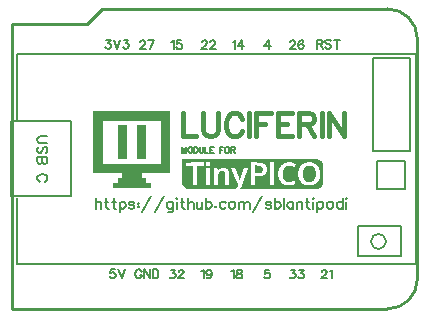
<source format=gto>
G04 Layer: TopSilkLayer*
G04 EasyEDA v6.4.25, 2021-10-09T00:25:21+02:00*
G04 2177c25503544fa0b13e01c7088fd064,4245c91a3b6e4cf7aa995480f5c7e4a3,10*
G04 Gerber Generator version 0.2*
G04 Scale: 100 percent, Rotated: No, Reflected: No *
G04 Dimensions in millimeters *
G04 leading zeros omitted , absolute positions ,4 integer and 5 decimal *
%FSLAX45Y45*%
%MOMM*%

%ADD10C,0.2540*%
%ADD18C,0.1270*%
%ADD19C,0.1400*%
%ADD20C,0.1500*%
%ADD21C,0.4064*%
%ADD22C,0.2032*%
%ADD23C,0.1524*%

%LPD*%
G36*
X1422400Y18897600D02*
G01*
X1422400Y18816167D01*
X1992274Y18816167D01*
X1992274Y18449848D01*
X1503832Y18449848D01*
X1503832Y18816167D01*
X1422400Y18816167D01*
X1422400Y18368416D01*
X1666646Y18368416D01*
X1666646Y18327725D01*
X1625904Y18327725D01*
X1625904Y18286984D01*
X1585214Y18286984D01*
X1585214Y18246293D01*
X1910892Y18246293D01*
X1910892Y18286984D01*
X1870151Y18286984D01*
X1870151Y18327725D01*
X1829460Y18327725D01*
X1829460Y18368416D01*
X2073706Y18368416D01*
X2073706Y18897600D01*
G37*
G36*
X1788769Y18775476D02*
G01*
X1788769Y18490539D01*
X1870151Y18490539D01*
X1870151Y18775476D01*
G37*
G36*
X1625904Y18775476D02*
G01*
X1625904Y18490539D01*
X1707337Y18490539D01*
X1707337Y18775476D01*
G37*
G36*
X2170379Y18490895D02*
G01*
X2170529Y18463006D01*
X2408428Y18463006D01*
X2408354Y18461126D01*
X2952597Y18461126D01*
X2952081Y18364149D01*
X2987954Y18364149D01*
X2987954Y18372988D01*
X2988310Y18381319D01*
X2988919Y18388533D01*
X2989834Y18394222D01*
X2991408Y18400064D01*
X2993390Y18405805D01*
X2995726Y18411342D01*
X2998419Y18416676D01*
X3001467Y18421858D01*
X3004870Y18426734D01*
X3008528Y18431459D01*
X3012541Y18435878D01*
X3016758Y18440044D01*
X3021330Y18443905D01*
X3026105Y18447461D01*
X3031083Y18450712D01*
X3036316Y18453608D01*
X3041700Y18456148D01*
X3047288Y18458281D01*
X3053080Y18460059D01*
X3058058Y18461126D01*
X3063900Y18461939D01*
X3070402Y18462498D01*
X3077260Y18462802D01*
X3084220Y18462802D01*
X3091027Y18462548D01*
X3097377Y18461990D01*
X3102965Y18461177D01*
X3107639Y18460059D01*
X3118764Y18456402D01*
X3123844Y18454319D01*
X3129788Y18451525D01*
X3132988Y18449391D01*
X3134156Y18447258D01*
X3133953Y18444565D01*
X3131769Y18437047D01*
X3128619Y18429732D01*
X3125419Y18424398D01*
X3122980Y18422772D01*
X3108350Y18429020D01*
X3103118Y18431052D01*
X3098698Y18432424D01*
X3094786Y18433338D01*
X3090875Y18433846D01*
X3081629Y18434100D01*
X3075584Y18433897D01*
X3069945Y18433288D01*
X3064662Y18432272D01*
X3059684Y18430798D01*
X3055112Y18428919D01*
X3050844Y18426582D01*
X3046882Y18423788D01*
X3043224Y18420537D01*
X3039872Y18416778D01*
X3036722Y18412561D01*
X3033877Y18407888D01*
X3031286Y18402655D01*
X3029153Y18397321D01*
X3027426Y18391530D01*
X3026054Y18385282D01*
X3025089Y18378779D01*
X3024493Y18372175D01*
X3157067Y18372175D01*
X3157321Y18381624D01*
X3158083Y18389295D01*
X3159506Y18396204D01*
X3161233Y18402350D01*
X3163265Y18408192D01*
X3165602Y18413780D01*
X3168192Y18419114D01*
X3171088Y18424144D01*
X3174238Y18428868D01*
X3177692Y18433338D01*
X3181400Y18437504D01*
X3185363Y18441416D01*
X3189630Y18444972D01*
X3194151Y18448274D01*
X3198926Y18451271D01*
X3203956Y18453963D01*
X3209239Y18456300D01*
X3214776Y18458383D01*
X3220516Y18460161D01*
X3226104Y18461278D01*
X3232861Y18462142D01*
X3240430Y18462599D01*
X3248355Y18462802D01*
X3256279Y18462650D01*
X3263849Y18462193D01*
X3270656Y18461380D01*
X3276346Y18460212D01*
X3282289Y18458484D01*
X3288029Y18456351D01*
X3293516Y18453862D01*
X3298748Y18451017D01*
X3303778Y18447867D01*
X3308502Y18444413D01*
X3312922Y18440654D01*
X3317087Y18436539D01*
X3320948Y18432170D01*
X3324504Y18427547D01*
X3327755Y18422670D01*
X3330651Y18417540D01*
X3333191Y18412104D01*
X3335426Y18406516D01*
X3337255Y18400674D01*
X3338728Y18394629D01*
X3339693Y18388431D01*
X3340354Y18380913D01*
X3340709Y18372531D01*
X3340709Y18363742D01*
X3340455Y18355005D01*
X3339896Y18346826D01*
X3339084Y18339612D01*
X3337966Y18333821D01*
X3336086Y18327319D01*
X3333851Y18321172D01*
X3331260Y18315330D01*
X3328365Y18309793D01*
X3325164Y18304560D01*
X3321608Y18299684D01*
X3317798Y18295112D01*
X3313633Y18290895D01*
X3309213Y18287034D01*
X3304438Y18283529D01*
X3299460Y18280380D01*
X3294126Y18277535D01*
X3288588Y18275096D01*
X3282746Y18273014D01*
X3276650Y18271286D01*
X3270300Y18269966D01*
X3263747Y18269000D01*
X3256889Y18268442D01*
X3249828Y18268238D01*
X3242564Y18268492D01*
X3234791Y18269051D01*
X3227832Y18269864D01*
X3221532Y18270982D01*
X3215690Y18272506D01*
X3210255Y18274385D01*
X3204972Y18276671D01*
X3199739Y18279516D01*
X3194456Y18282818D01*
X3189376Y18286526D01*
X3184601Y18290641D01*
X3180181Y18295162D01*
X3176016Y18300039D01*
X3172256Y18305272D01*
X3168802Y18310860D01*
X3165805Y18316702D01*
X3163163Y18322848D01*
X3160522Y18330367D01*
X3158896Y18337784D01*
X3157931Y18347029D01*
X3157321Y18359983D01*
X3157067Y18372175D01*
X3024493Y18372175D01*
X3024276Y18365165D01*
X3024428Y18358256D01*
X3024936Y18351500D01*
X3025851Y18344845D01*
X3027172Y18338495D01*
X3028848Y18332500D01*
X3030931Y18327014D01*
X3033166Y18322696D01*
X3036112Y18318327D01*
X3039668Y18314060D01*
X3043631Y18310047D01*
X3047847Y18306389D01*
X3052165Y18303341D01*
X3056432Y18300903D01*
X3060547Y18299328D01*
X3066084Y18298058D01*
X3072180Y18297296D01*
X3078784Y18296991D01*
X3085693Y18297144D01*
X3092704Y18297753D01*
X3099663Y18298769D01*
X3106420Y18300192D01*
X3127908Y18306948D01*
X3128772Y18303900D01*
X3131108Y18288355D01*
X3132124Y18283580D01*
X3132074Y18281904D01*
X3130702Y18280176D01*
X3128213Y18278449D01*
X3124708Y18276671D01*
X3120339Y18274995D01*
X3115310Y18273369D01*
X3103575Y18270626D01*
X3090722Y18268696D01*
X3084220Y18268188D01*
X3077870Y18267984D01*
X3071266Y18268137D01*
X3064916Y18268696D01*
X3058718Y18269559D01*
X3052775Y18270778D01*
X3047034Y18272353D01*
X3041497Y18274284D01*
X3036163Y18276519D01*
X3031083Y18279110D01*
X3026257Y18282005D01*
X3021685Y18285256D01*
X3017367Y18288812D01*
X3013252Y18292673D01*
X3009442Y18296839D01*
X3005886Y18301309D01*
X3002635Y18306084D01*
X2999638Y18311164D01*
X2996946Y18316498D01*
X2994507Y18322137D01*
X2992424Y18328081D01*
X2990596Y18334278D01*
X2989529Y18339866D01*
X2988716Y18347080D01*
X2988208Y18355360D01*
X2987954Y18364149D01*
X2952081Y18364149D01*
X2951632Y18270728D01*
X2917240Y18269661D01*
X2917240Y18461126D01*
X2801670Y18461075D01*
X2817672Y18460720D01*
X2830322Y18460059D01*
X2839720Y18459094D01*
X2843276Y18458434D01*
X2850591Y18456605D01*
X2857195Y18454370D01*
X2863138Y18451677D01*
X2868472Y18448528D01*
X2873248Y18444819D01*
X2877464Y18440654D01*
X2881172Y18435878D01*
X2884424Y18430494D01*
X2886506Y18425972D01*
X2887726Y18420842D01*
X2888335Y18413831D01*
X2888488Y18403570D01*
X2888335Y18392749D01*
X2887624Y18385485D01*
X2886049Y18379694D01*
X2883255Y18373394D01*
X2880868Y18369026D01*
X2878226Y18365012D01*
X2875381Y18361456D01*
X2872232Y18358307D01*
X2868828Y18355513D01*
X2865069Y18353074D01*
X2860954Y18350992D01*
X2856484Y18349163D01*
X2851048Y18347486D01*
X2844850Y18346013D01*
X2838145Y18344794D01*
X2831084Y18343829D01*
X2816758Y18342762D01*
X2809900Y18342711D01*
X2803499Y18343016D01*
X2789174Y18344184D01*
X2788158Y18270728D01*
X2753817Y18269661D01*
X2753817Y18461126D01*
X2408354Y18461126D01*
X2407361Y18434202D01*
X2374849Y18433135D01*
X2374849Y18463006D01*
X2170529Y18463006D01*
X2170689Y18433288D01*
X2207666Y18433288D01*
X2207768Y18451017D01*
X2208428Y18458434D01*
X2208885Y18459907D01*
X2211832Y18460212D01*
X2230983Y18460770D01*
X2263089Y18461075D01*
X2354427Y18461126D01*
X2354427Y18433389D01*
X2299614Y18432373D01*
X2299492Y18412866D01*
X2471013Y18412866D01*
X2475230Y18396051D01*
X2486152Y18403773D01*
X2492806Y18407989D01*
X2499512Y18411342D01*
X2506370Y18413831D01*
X2513330Y18415457D01*
X2520391Y18416270D01*
X2527554Y18416219D01*
X2534818Y18415355D01*
X2542133Y18413577D01*
X2546756Y18411901D01*
X2551023Y18409666D01*
X2555036Y18406973D01*
X2558643Y18403722D01*
X2561894Y18400064D01*
X2564790Y18395950D01*
X2567228Y18391428D01*
X2569210Y18386501D01*
X2570276Y18383199D01*
X2571038Y18379592D01*
X2571648Y18375122D01*
X2572410Y18361812D01*
X2572664Y18339460D01*
X2572664Y18270728D01*
X2539238Y18270728D01*
X2538069Y18335853D01*
X2537460Y18356275D01*
X2536444Y18370143D01*
X2535783Y18375071D01*
X2534869Y18378932D01*
X2533751Y18381878D01*
X2532329Y18384113D01*
X2530652Y18385790D01*
X2528671Y18387161D01*
X2526284Y18388330D01*
X2520696Y18390108D01*
X2514600Y18390616D01*
X2508250Y18390006D01*
X2501900Y18388330D01*
X2495854Y18385688D01*
X2490368Y18382183D01*
X2485644Y18377865D01*
X2481935Y18372886D01*
X2481427Y18371261D01*
X2480513Y18363590D01*
X2479751Y18350280D01*
X2479141Y18331434D01*
X2477922Y18270728D01*
X2444496Y18270728D01*
X2443530Y18412866D01*
X2408275Y18412866D01*
X2408275Y18269813D01*
X2374849Y18269813D01*
X2374849Y18412866D01*
X2299492Y18412866D01*
X2298649Y18269661D01*
X2264308Y18270728D01*
X2263343Y18433288D01*
X2170689Y18433288D01*
X2171192Y18340070D01*
X2171700Y18302325D01*
X2172157Y18291556D01*
X2172766Y18284494D01*
X2173579Y18279922D01*
X2174748Y18276671D01*
X2177491Y18271185D01*
X2180031Y18267121D01*
X2182977Y18263057D01*
X2186279Y18259094D01*
X2189784Y18255335D01*
X2193391Y18251881D01*
X2197100Y18248833D01*
X2202027Y18245429D01*
X2206955Y18242584D01*
X2209647Y18241416D01*
X2212797Y18240400D01*
X2216658Y18239536D01*
X2221534Y18238774D01*
X2227580Y18238165D01*
X2244293Y18237301D01*
X2268728Y18236793D01*
X2348687Y18236590D01*
X2564282Y18237301D01*
X2590800Y18237606D01*
X2608072Y18238063D01*
X2618333Y18238724D01*
X2623718Y18239536D01*
X2625344Y18240095D01*
X2627122Y18241010D01*
X2632710Y18246496D01*
X2638399Y18255234D01*
X2642870Y18264632D01*
X2644546Y18272099D01*
X2641904Y18279922D01*
X2621940Y18330722D01*
X2589072Y18410529D01*
X2589479Y18411647D01*
X2592222Y18412358D01*
X2597708Y18412714D01*
X2624785Y18412866D01*
X2652877Y18335447D01*
X2658008Y18321985D01*
X2661107Y18314466D01*
X2661716Y18313450D01*
X2663240Y18316702D01*
X2671165Y18338444D01*
X2691130Y18397372D01*
X2696565Y18412866D01*
X2721000Y18412714D01*
X2726537Y18412358D01*
X2730195Y18411748D01*
X2731516Y18411037D01*
X2721102Y18382030D01*
X2698292Y18321020D01*
X2675788Y18261939D01*
X2669844Y18247563D01*
X2667660Y18242940D01*
X2666339Y18240959D01*
X2665120Y18239689D01*
X2664612Y18238114D01*
X2666796Y18237860D01*
X2683662Y18237454D01*
X2764434Y18236793D01*
X2826359Y18236539D01*
X3158286Y18236438D01*
X3239414Y18236692D01*
X3285540Y18237352D01*
X3301288Y18237860D01*
X3313125Y18238520D01*
X3321710Y18239333D01*
X3327806Y18240400D01*
X3332073Y18241619D01*
X3335274Y18243092D01*
X3343960Y18248833D01*
X3347618Y18251932D01*
X3351276Y18255386D01*
X3354781Y18259145D01*
X3358032Y18263108D01*
X3360978Y18267121D01*
X3363569Y18271185D01*
X3366312Y18276671D01*
X3367430Y18279770D01*
X3368243Y18283732D01*
X3368852Y18289524D01*
X3369462Y18310402D01*
X3369564Y18443549D01*
X3363468Y18455995D01*
X3360826Y18460872D01*
X3357930Y18465393D01*
X3354679Y18469559D01*
X3351174Y18473369D01*
X3347313Y18476925D01*
X3343097Y18480125D01*
X3338474Y18483072D01*
X3333496Y18485764D01*
X3325012Y18489930D01*
G37*
G36*
X2789072Y18435523D02*
G01*
X2789072Y18367857D01*
X2819247Y18369127D01*
X2827070Y18369940D01*
X2833522Y18371108D01*
X2838856Y18372785D01*
X2843174Y18374969D01*
X2846730Y18377763D01*
X2849575Y18381218D01*
X2851962Y18385332D01*
X2854401Y18391784D01*
X2855671Y18398388D01*
X2855772Y18404890D01*
X2854807Y18411088D01*
X2852775Y18416930D01*
X2849727Y18422112D01*
X2845714Y18426480D01*
X2840786Y18429833D01*
X2835859Y18432018D01*
X2830169Y18433389D01*
X2822295Y18434253D01*
G37*
G36*
X3246882Y18434913D02*
G01*
X3241649Y18434608D01*
X3236569Y18433846D01*
X3231794Y18432576D01*
X3223310Y18429173D01*
X3216249Y18424906D01*
X3210458Y18419673D01*
X3205632Y18413272D01*
X3200908Y18405094D01*
X3197809Y18397778D01*
X3195726Y18389752D01*
X3194151Y18379389D01*
X3193440Y18372124D01*
X3193237Y18365012D01*
X3193440Y18358104D01*
X3194050Y18351347D01*
X3195066Y18344896D01*
X3196539Y18338698D01*
X3198418Y18332805D01*
X3200654Y18327268D01*
X3203295Y18322086D01*
X3206292Y18317311D01*
X3209696Y18312993D01*
X3213404Y18309132D01*
X3217113Y18306034D01*
X3220872Y18303443D01*
X3224834Y18301360D01*
X3229152Y18299734D01*
X3233826Y18298515D01*
X3238957Y18297702D01*
X3244748Y18297296D01*
X3251200Y18297144D01*
X3256737Y18297398D01*
X3261969Y18298058D01*
X3266897Y18299125D01*
X3271520Y18300598D01*
X3275838Y18302478D01*
X3279851Y18304814D01*
X3283559Y18307507D01*
X3287014Y18310606D01*
X3290112Y18314162D01*
X3292957Y18318124D01*
X3295497Y18322493D01*
X3297732Y18327319D01*
X3299663Y18332500D01*
X3301339Y18338139D01*
X3302711Y18344235D01*
X3303778Y18350687D01*
X3304438Y18357189D01*
X3304743Y18363692D01*
X3304641Y18370194D01*
X3304184Y18376595D01*
X3303371Y18382894D01*
X3302203Y18389041D01*
X3300679Y18394984D01*
X3298799Y18400623D01*
X3296615Y18405906D01*
X3294176Y18410834D01*
X3291382Y18415355D01*
X3288334Y18419368D01*
X3285286Y18422467D01*
X3281629Y18425261D01*
X3277514Y18427750D01*
X3272942Y18429884D01*
X3268065Y18431713D01*
X3262884Y18433084D01*
X3257600Y18434100D01*
X3252266Y18434710D01*
G37*
D19*
X2171700Y18592545D02*
G01*
X2171700Y18544794D01*
X2171700Y18592545D02*
G01*
X2189988Y18544794D01*
X2208022Y18592545D02*
G01*
X2189988Y18544794D01*
X2208022Y18592545D02*
G01*
X2208022Y18544794D01*
X2236724Y18592545D02*
G01*
X2232152Y18590260D01*
X2227579Y18585687D01*
X2225293Y18581116D01*
X2223008Y18574258D01*
X2223008Y18562828D01*
X2225293Y18555970D01*
X2227579Y18551652D01*
X2232152Y18547079D01*
X2236724Y18544794D01*
X2245868Y18544794D01*
X2250440Y18547079D01*
X2254758Y18551652D01*
X2257043Y18555970D01*
X2259329Y18562828D01*
X2259329Y18574258D01*
X2257043Y18581116D01*
X2254758Y18585687D01*
X2250440Y18590260D01*
X2245868Y18592545D01*
X2236724Y18592545D01*
X2274315Y18592545D02*
G01*
X2274315Y18544794D01*
X2274315Y18592545D02*
G01*
X2290318Y18592545D01*
X2297175Y18590260D01*
X2301747Y18585687D01*
X2304034Y18581116D01*
X2306320Y18574258D01*
X2306320Y18562828D01*
X2304034Y18555970D01*
X2301747Y18551652D01*
X2297175Y18547079D01*
X2290318Y18544794D01*
X2274315Y18544794D01*
X2321306Y18592545D02*
G01*
X2321306Y18558255D01*
X2323591Y18551652D01*
X2328163Y18547079D01*
X2334768Y18544794D01*
X2339340Y18544794D01*
X2346197Y18547079D01*
X2350770Y18551652D01*
X2353056Y18558255D01*
X2353056Y18592545D01*
X2368041Y18592545D02*
G01*
X2368041Y18544794D01*
X2368041Y18544794D02*
G01*
X2395220Y18544794D01*
X2410459Y18592545D02*
G01*
X2410459Y18544794D01*
X2410459Y18592545D02*
G01*
X2439924Y18592545D01*
X2410459Y18569686D02*
G01*
X2428493Y18569686D01*
X2410459Y18544794D02*
G01*
X2439924Y18544794D01*
X2489961Y18592545D02*
G01*
X2489961Y18544794D01*
X2489961Y18592545D02*
G01*
X2519425Y18592545D01*
X2489961Y18569686D02*
G01*
X2507995Y18569686D01*
X2548127Y18592545D02*
G01*
X2543556Y18590260D01*
X2538984Y18585687D01*
X2536697Y18581116D01*
X2534411Y18574258D01*
X2534411Y18562828D01*
X2536697Y18555970D01*
X2538984Y18551652D01*
X2543556Y18547079D01*
X2548127Y18544794D01*
X2557272Y18544794D01*
X2561590Y18547079D01*
X2566161Y18551652D01*
X2568447Y18555970D01*
X2570734Y18562828D01*
X2570734Y18574258D01*
X2568447Y18581116D01*
X2566161Y18585687D01*
X2561590Y18590260D01*
X2557272Y18592545D01*
X2548127Y18592545D01*
X2585720Y18592545D02*
G01*
X2585720Y18544794D01*
X2585720Y18592545D02*
G01*
X2606293Y18592545D01*
X2613152Y18590260D01*
X2615438Y18587974D01*
X2617724Y18583402D01*
X2617724Y18578829D01*
X2615438Y18574258D01*
X2613152Y18571971D01*
X2606293Y18569686D01*
X2585720Y18569686D01*
X2601722Y18569686D02*
G01*
X2617724Y18544794D01*
D20*
X1032002Y18681700D02*
G01*
X969771Y18681700D01*
X957326Y18677636D01*
X948944Y18669254D01*
X944879Y18656808D01*
X944879Y18648426D01*
X948944Y18635979D01*
X957326Y18627598D01*
X969771Y18623534D01*
X1032002Y18623534D01*
X1019555Y18537936D02*
G01*
X1027937Y18546318D01*
X1032002Y18558763D01*
X1032002Y18575274D01*
X1027937Y18587720D01*
X1019555Y18596102D01*
X1011173Y18596102D01*
X1003045Y18592037D01*
X998728Y18587720D01*
X994663Y18579337D01*
X986281Y18554445D01*
X982218Y18546318D01*
X978154Y18542000D01*
X969771Y18537936D01*
X957326Y18537936D01*
X948944Y18546318D01*
X944879Y18558763D01*
X944879Y18575274D01*
X948944Y18587720D01*
X957326Y18596102D01*
X1032002Y18510504D02*
G01*
X944879Y18510504D01*
X1032002Y18510504D02*
G01*
X1032002Y18473166D01*
X1027937Y18460466D01*
X1023873Y18456402D01*
X1015492Y18452337D01*
X1007110Y18452337D01*
X998728Y18456402D01*
X994663Y18460466D01*
X990600Y18473166D01*
X990600Y18510504D02*
G01*
X990600Y18473166D01*
X986281Y18460466D01*
X982218Y18456402D01*
X973836Y18452337D01*
X961389Y18452337D01*
X953007Y18456402D01*
X948944Y18460466D01*
X944879Y18473166D01*
X944879Y18510504D01*
X1011173Y18298413D02*
G01*
X1019555Y18302731D01*
X1027937Y18310860D01*
X1032002Y18319242D01*
X1032002Y18336005D01*
X1027937Y18344134D01*
X1019555Y18352516D01*
X1011173Y18356579D01*
X998728Y18360898D01*
X978154Y18360898D01*
X965454Y18356579D01*
X957326Y18352516D01*
X948944Y18344134D01*
X944879Y18336005D01*
X944879Y18319242D01*
X948944Y18310860D01*
X957326Y18302731D01*
X965454Y18298413D01*
D21*
X2179827Y18877279D02*
G01*
X2179827Y18683478D01*
X2179827Y18683478D02*
G01*
X2290572Y18683478D01*
X2351531Y18877279D02*
G01*
X2351531Y18738850D01*
X2360929Y18711163D01*
X2379218Y18692621D01*
X2407158Y18683478D01*
X2425445Y18683478D01*
X2453131Y18692621D01*
X2471674Y18711163D01*
X2480818Y18738850D01*
X2480818Y18877279D01*
X2680461Y18831052D02*
G01*
X2671318Y18849594D01*
X2652775Y18868136D01*
X2634234Y18877279D01*
X2597404Y18877279D01*
X2578861Y18868136D01*
X2560320Y18849594D01*
X2551175Y18831052D01*
X2541777Y18803366D01*
X2541777Y18757392D01*
X2551175Y18729452D01*
X2560320Y18711163D01*
X2578861Y18692621D01*
X2597404Y18683478D01*
X2634234Y18683478D01*
X2652775Y18692621D01*
X2671318Y18711163D01*
X2680461Y18729452D01*
X2741422Y18877279D02*
G01*
X2741422Y18683478D01*
X2802381Y18877279D02*
G01*
X2802381Y18683478D01*
X2802381Y18877279D02*
G01*
X2922524Y18877279D01*
X2802381Y18785078D02*
G01*
X2876295Y18785078D01*
X2983484Y18877279D02*
G01*
X2983484Y18683478D01*
X2983484Y18877279D02*
G01*
X3103372Y18877279D01*
X2983484Y18785078D02*
G01*
X3057397Y18785078D01*
X2983484Y18683478D02*
G01*
X3103372Y18683478D01*
X3164331Y18877279D02*
G01*
X3164331Y18683478D01*
X3164331Y18877279D02*
G01*
X3247643Y18877279D01*
X3275329Y18868136D01*
X3284474Y18858992D01*
X3293618Y18840450D01*
X3293618Y18821908D01*
X3284474Y18803366D01*
X3275329Y18794221D01*
X3247643Y18785078D01*
X3164331Y18785078D01*
X3229102Y18785078D02*
G01*
X3293618Y18683478D01*
X3354577Y18877279D02*
G01*
X3354577Y18683478D01*
X3415538Y18877279D02*
G01*
X3415538Y18683478D01*
X3415538Y18877279D02*
G01*
X3545077Y18683478D01*
X3545077Y18877279D02*
G01*
X3545077Y18683478D01*
D22*
X1443248Y18158693D02*
G01*
X1443248Y18069031D01*
X1443248Y18111703D02*
G01*
X1455948Y18124657D01*
X1464584Y18128975D01*
X1477538Y18128975D01*
X1485920Y18124657D01*
X1490238Y18111703D01*
X1490238Y18069031D01*
X1531132Y18158693D02*
G01*
X1531132Y18086049D01*
X1535450Y18073349D01*
X1544086Y18069031D01*
X1552722Y18069031D01*
X1518432Y18128975D02*
G01*
X1548404Y18128975D01*
X1593616Y18158693D02*
G01*
X1593616Y18086049D01*
X1597934Y18073349D01*
X1606316Y18069031D01*
X1614952Y18069031D01*
X1580916Y18128975D02*
G01*
X1610634Y18128975D01*
X1643146Y18128975D02*
G01*
X1643146Y18039059D01*
X1643146Y18116021D02*
G01*
X1651782Y18124657D01*
X1660164Y18128975D01*
X1673118Y18128975D01*
X1681500Y18124657D01*
X1690136Y18116021D01*
X1694454Y18103321D01*
X1694454Y18094685D01*
X1690136Y18081985D01*
X1681500Y18073349D01*
X1673118Y18069031D01*
X1660164Y18069031D01*
X1651782Y18073349D01*
X1643146Y18081985D01*
X1769638Y18116021D02*
G01*
X1765320Y18124657D01*
X1752620Y18128975D01*
X1739666Y18128975D01*
X1726966Y18124657D01*
X1722648Y18116021D01*
X1726966Y18107639D01*
X1735348Y18103321D01*
X1756684Y18099003D01*
X1765320Y18094685D01*
X1769638Y18086049D01*
X1769638Y18081985D01*
X1765320Y18073349D01*
X1752620Y18069031D01*
X1739666Y18069031D01*
X1726966Y18073349D01*
X1722648Y18081985D01*
X1802150Y18120339D02*
G01*
X1797832Y18116021D01*
X1802150Y18111703D01*
X1806468Y18116021D01*
X1802150Y18120339D01*
X1802150Y18090367D02*
G01*
X1797832Y18086049D01*
X1802150Y18081985D01*
X1806468Y18086049D01*
X1802150Y18090367D01*
X1911370Y18175965D02*
G01*
X1834662Y18039059D01*
X2016526Y18175965D02*
G01*
X1939564Y18039059D01*
X2096028Y18128975D02*
G01*
X2096028Y18060649D01*
X2091710Y18047695D01*
X2087392Y18043377D01*
X2079010Y18039059D01*
X2066056Y18039059D01*
X2057420Y18043377D01*
X2096028Y18116021D02*
G01*
X2087392Y18124657D01*
X2079010Y18128975D01*
X2066056Y18128975D01*
X2057420Y18124657D01*
X2049038Y18116021D01*
X2044720Y18103321D01*
X2044720Y18094685D01*
X2049038Y18081985D01*
X2057420Y18073349D01*
X2066056Y18069031D01*
X2079010Y18069031D01*
X2087392Y18073349D01*
X2096028Y18081985D01*
X2124222Y18158693D02*
G01*
X2128540Y18154629D01*
X2132604Y18158693D01*
X2128540Y18163011D01*
X2124222Y18158693D01*
X2128540Y18128975D02*
G01*
X2128540Y18069031D01*
X2173752Y18158693D02*
G01*
X2173752Y18086049D01*
X2178070Y18073349D01*
X2186452Y18069031D01*
X2195088Y18069031D01*
X2160798Y18128975D02*
G01*
X2190770Y18128975D01*
X2223282Y18158693D02*
G01*
X2223282Y18069031D01*
X2223282Y18111703D02*
G01*
X2235982Y18124657D01*
X2244618Y18128975D01*
X2257572Y18128975D01*
X2265954Y18124657D01*
X2270272Y18111703D01*
X2270272Y18069031D01*
X2298466Y18128975D02*
G01*
X2298466Y18086049D01*
X2302784Y18073349D01*
X2311166Y18069031D01*
X2324120Y18069031D01*
X2332756Y18073349D01*
X2345456Y18086049D01*
X2345456Y18128975D02*
G01*
X2345456Y18069031D01*
X2373650Y18158693D02*
G01*
X2373650Y18069031D01*
X2373650Y18116021D02*
G01*
X2382286Y18124657D01*
X2390668Y18128975D01*
X2403622Y18128975D01*
X2412004Y18124657D01*
X2420640Y18116021D01*
X2424958Y18103321D01*
X2424958Y18094685D01*
X2420640Y18081985D01*
X2412004Y18073349D01*
X2403622Y18069031D01*
X2390668Y18069031D01*
X2382286Y18073349D01*
X2373650Y18081985D01*
X2457470Y18090367D02*
G01*
X2453152Y18086049D01*
X2457470Y18081985D01*
X2461534Y18086049D01*
X2457470Y18090367D01*
X2541036Y18116021D02*
G01*
X2532654Y18124657D01*
X2524018Y18128975D01*
X2511318Y18128975D01*
X2502682Y18124657D01*
X2494046Y18116021D01*
X2489728Y18103321D01*
X2489728Y18094685D01*
X2494046Y18081985D01*
X2502682Y18073349D01*
X2511318Y18069031D01*
X2524018Y18069031D01*
X2532654Y18073349D01*
X2541036Y18081985D01*
X2590566Y18128975D02*
G01*
X2582184Y18124657D01*
X2573548Y18116021D01*
X2569230Y18103321D01*
X2569230Y18094685D01*
X2573548Y18081985D01*
X2582184Y18073349D01*
X2590566Y18069031D01*
X2603520Y18069031D01*
X2611902Y18073349D01*
X2620538Y18081985D01*
X2624856Y18094685D01*
X2624856Y18103321D01*
X2620538Y18116021D01*
X2611902Y18124657D01*
X2603520Y18128975D01*
X2590566Y18128975D01*
X2653050Y18128975D02*
G01*
X2653050Y18069031D01*
X2653050Y18111703D02*
G01*
X2665750Y18124657D01*
X2674386Y18128975D01*
X2687086Y18128975D01*
X2695722Y18124657D01*
X2700040Y18111703D01*
X2700040Y18069031D01*
X2700040Y18111703D02*
G01*
X2712740Y18124657D01*
X2721376Y18128975D01*
X2734076Y18128975D01*
X2742712Y18124657D01*
X2747030Y18111703D01*
X2747030Y18069031D01*
X2852186Y18175965D02*
G01*
X2775224Y18039059D01*
X2927370Y18116021D02*
G01*
X2923052Y18124657D01*
X2910098Y18128975D01*
X2897398Y18128975D01*
X2884444Y18124657D01*
X2880380Y18116021D01*
X2884444Y18107639D01*
X2893080Y18103321D01*
X2914416Y18099003D01*
X2923052Y18094685D01*
X2927370Y18086049D01*
X2927370Y18081985D01*
X2923052Y18073349D01*
X2910098Y18069031D01*
X2897398Y18069031D01*
X2884444Y18073349D01*
X2880380Y18081985D01*
X2955564Y18158693D02*
G01*
X2955564Y18069031D01*
X2955564Y18116021D02*
G01*
X2963946Y18124657D01*
X2972582Y18128975D01*
X2985282Y18128975D01*
X2993918Y18124657D01*
X3002554Y18116021D01*
X3006618Y18103321D01*
X3006618Y18094685D01*
X3002554Y18081985D01*
X2993918Y18073349D01*
X2985282Y18069031D01*
X2972582Y18069031D01*
X2963946Y18073349D01*
X2955564Y18081985D01*
X3034812Y18158693D02*
G01*
X3034812Y18069031D01*
X3114314Y18128975D02*
G01*
X3114314Y18069031D01*
X3114314Y18116021D02*
G01*
X3105932Y18124657D01*
X3097296Y18128975D01*
X3084596Y18128975D01*
X3075960Y18124657D01*
X3067324Y18116021D01*
X3063006Y18103321D01*
X3063006Y18094685D01*
X3067324Y18081985D01*
X3075960Y18073349D01*
X3084596Y18069031D01*
X3097296Y18069031D01*
X3105932Y18073349D01*
X3114314Y18081985D01*
X3142508Y18128975D02*
G01*
X3142508Y18069031D01*
X3142508Y18111703D02*
G01*
X3155462Y18124657D01*
X3163844Y18128975D01*
X3176798Y18128975D01*
X3185180Y18124657D01*
X3189498Y18111703D01*
X3189498Y18069031D01*
X3230646Y18158693D02*
G01*
X3230646Y18086049D01*
X3234964Y18073349D01*
X3243346Y18069031D01*
X3251982Y18069031D01*
X3217692Y18128975D02*
G01*
X3247664Y18128975D01*
X3280176Y18158693D02*
G01*
X3284494Y18154629D01*
X3288558Y18158693D01*
X3284494Y18163011D01*
X3280176Y18158693D01*
X3284494Y18128975D02*
G01*
X3284494Y18069031D01*
X3316752Y18128975D02*
G01*
X3316752Y18039059D01*
X3316752Y18116021D02*
G01*
X3325388Y18124657D01*
X3334024Y18128975D01*
X3346724Y18128975D01*
X3355360Y18124657D01*
X3363742Y18116021D01*
X3368060Y18103321D01*
X3368060Y18094685D01*
X3363742Y18081985D01*
X3355360Y18073349D01*
X3346724Y18069031D01*
X3334024Y18069031D01*
X3325388Y18073349D01*
X3316752Y18081985D01*
X3417590Y18128975D02*
G01*
X3409208Y18124657D01*
X3400572Y18116021D01*
X3396254Y18103321D01*
X3396254Y18094685D01*
X3400572Y18081985D01*
X3409208Y18073349D01*
X3417590Y18069031D01*
X3430544Y18069031D01*
X3438926Y18073349D01*
X3447562Y18081985D01*
X3451880Y18094685D01*
X3451880Y18103321D01*
X3447562Y18116021D01*
X3438926Y18124657D01*
X3430544Y18128975D01*
X3417590Y18128975D01*
X3531382Y18158693D02*
G01*
X3531382Y18069031D01*
X3531382Y18116021D02*
G01*
X3522746Y18124657D01*
X3514110Y18128975D01*
X3501410Y18128975D01*
X3492774Y18124657D01*
X3484392Y18116021D01*
X3480074Y18103321D01*
X3480074Y18094685D01*
X3484392Y18081985D01*
X3492774Y18073349D01*
X3501410Y18069031D01*
X3514110Y18069031D01*
X3522746Y18073349D01*
X3531382Y18081985D01*
X3559576Y18158693D02*
G01*
X3563894Y18154629D01*
X3567958Y18158693D01*
X3563894Y18163011D01*
X3559576Y18158693D01*
X3563894Y18128975D02*
G01*
X3563894Y18069031D01*
D23*
X1819655Y19477989D02*
G01*
X1819655Y19481292D01*
X1822957Y19488150D01*
X1826513Y19491705D01*
X1833371Y19495262D01*
X1847342Y19495262D01*
X1854200Y19491705D01*
X1857755Y19488150D01*
X1861057Y19481292D01*
X1861057Y19474434D01*
X1857755Y19467576D01*
X1850644Y19457162D01*
X1816100Y19422363D01*
X1864613Y19422363D01*
X1935988Y19495262D02*
G01*
X1901189Y19422363D01*
X1887473Y19495262D02*
G01*
X1935988Y19495262D01*
X2082800Y19481292D02*
G01*
X2089658Y19484848D01*
X2100072Y19495262D01*
X2100072Y19422363D01*
X2164588Y19495262D02*
G01*
X2129790Y19495262D01*
X2126488Y19464020D01*
X2129790Y19467576D01*
X2140204Y19470878D01*
X2150618Y19470878D01*
X2161031Y19467576D01*
X2167890Y19460463D01*
X2171445Y19450050D01*
X2171445Y19443192D01*
X2167890Y19432778D01*
X2161031Y19425920D01*
X2150618Y19422363D01*
X2140204Y19422363D01*
X2129790Y19425920D01*
X2126488Y19429476D01*
X2122931Y19436334D01*
X2340356Y19477989D02*
G01*
X2340356Y19481292D01*
X2343658Y19488150D01*
X2347213Y19491705D01*
X2354072Y19495262D01*
X2368041Y19495262D01*
X2374900Y19491705D01*
X2378456Y19488150D01*
X2381758Y19481292D01*
X2381758Y19474434D01*
X2378456Y19467576D01*
X2371343Y19457162D01*
X2336800Y19422363D01*
X2385313Y19422363D01*
X2411729Y19477989D02*
G01*
X2411729Y19481292D01*
X2415031Y19488150D01*
X2418588Y19491705D01*
X2425445Y19495262D01*
X2439415Y19495262D01*
X2446274Y19491705D01*
X2449829Y19488150D01*
X2453131Y19481292D01*
X2453131Y19474434D01*
X2449829Y19467576D01*
X2442718Y19457162D01*
X2408174Y19422363D01*
X2456688Y19422363D01*
X2603500Y19481292D02*
G01*
X2610358Y19484848D01*
X2620772Y19495262D01*
X2620772Y19422363D01*
X2678429Y19495262D02*
G01*
X2643631Y19446748D01*
X2695702Y19446748D01*
X2678429Y19495262D02*
G01*
X2678429Y19422363D01*
X2904743Y19495262D02*
G01*
X2870200Y19446748D01*
X2922270Y19446748D01*
X2904743Y19495262D02*
G01*
X2904743Y19422363D01*
X3089656Y19477989D02*
G01*
X3089656Y19481292D01*
X3092958Y19488150D01*
X3096513Y19491705D01*
X3103372Y19495262D01*
X3117341Y19495262D01*
X3124200Y19491705D01*
X3127756Y19488150D01*
X3131058Y19481292D01*
X3131058Y19474434D01*
X3127756Y19467576D01*
X3120643Y19457162D01*
X3086100Y19422363D01*
X3134613Y19422363D01*
X3199129Y19484848D02*
G01*
X3195574Y19491705D01*
X3185159Y19495262D01*
X3178302Y19495262D01*
X3167888Y19491705D01*
X3161029Y19481292D01*
X3157474Y19464020D01*
X3157474Y19446748D01*
X3161029Y19432778D01*
X3167888Y19425920D01*
X3178302Y19422363D01*
X3181604Y19422363D01*
X3192018Y19425920D01*
X3199129Y19432778D01*
X3202431Y19443192D01*
X3202431Y19446748D01*
X3199129Y19457162D01*
X3192018Y19464020D01*
X3181604Y19467576D01*
X3178302Y19467576D01*
X3167888Y19464020D01*
X3161029Y19457162D01*
X3157474Y19446748D01*
X3314700Y19498055D02*
G01*
X3314700Y19425158D01*
X3314700Y19498055D02*
G01*
X3345941Y19498055D01*
X3356356Y19494500D01*
X3359658Y19490944D01*
X3363213Y19484086D01*
X3363213Y19477228D01*
X3359658Y19470370D01*
X3356356Y19466813D01*
X3345941Y19463258D01*
X3314700Y19463258D01*
X3338829Y19463258D02*
G01*
X3363213Y19425158D01*
X3434588Y19487642D02*
G01*
X3427729Y19494500D01*
X3417315Y19498055D01*
X3403345Y19498055D01*
X3392931Y19494500D01*
X3386074Y19487642D01*
X3386074Y19480529D01*
X3389629Y19473671D01*
X3392931Y19470370D01*
X3399790Y19466813D01*
X3420618Y19459955D01*
X3427729Y19456400D01*
X3431031Y19452844D01*
X3434588Y19445986D01*
X3434588Y19435571D01*
X3427729Y19428713D01*
X3417315Y19425158D01*
X3403345Y19425158D01*
X3392931Y19428713D01*
X3386074Y19435571D01*
X3481577Y19498055D02*
G01*
X3481577Y19425158D01*
X3457447Y19498055D02*
G01*
X3505961Y19498055D01*
X1530857Y19498055D02*
G01*
X1568957Y19498055D01*
X1548129Y19470370D01*
X1558544Y19470370D01*
X1565655Y19466813D01*
X1568957Y19463258D01*
X1572513Y19452844D01*
X1572513Y19445986D01*
X1568957Y19435571D01*
X1562100Y19428713D01*
X1551686Y19425158D01*
X1541271Y19425158D01*
X1530857Y19428713D01*
X1527555Y19432270D01*
X1524000Y19439128D01*
X1595373Y19498055D02*
G01*
X1623060Y19425158D01*
X1650745Y19498055D02*
G01*
X1623060Y19425158D01*
X1680463Y19498055D02*
G01*
X1718563Y19498055D01*
X1697989Y19470370D01*
X1708150Y19470370D01*
X1715262Y19466813D01*
X1718563Y19463258D01*
X1722120Y19452844D01*
X1722120Y19445986D01*
X1718563Y19435571D01*
X1711705Y19428713D01*
X1701292Y19425158D01*
X1690878Y19425158D01*
X1680463Y19428713D01*
X1677162Y19432270D01*
X1673605Y19439128D01*
X1603755Y17554955D02*
G01*
X1568957Y17554955D01*
X1565655Y17523713D01*
X1568957Y17527270D01*
X1579371Y17530571D01*
X1589786Y17530571D01*
X1600200Y17527270D01*
X1607057Y17520158D01*
X1610613Y17509744D01*
X1610613Y17502886D01*
X1607057Y17492471D01*
X1600200Y17485613D01*
X1589786Y17482058D01*
X1579371Y17482058D01*
X1568957Y17485613D01*
X1565655Y17489170D01*
X1562100Y17496028D01*
X1633473Y17554955D02*
G01*
X1661160Y17482058D01*
X1688845Y17554955D02*
G01*
X1661160Y17482058D01*
X1830070Y17537429D02*
G01*
X1826513Y17544542D01*
X1819655Y17551400D01*
X1812544Y17554955D01*
X1798828Y17554955D01*
X1791970Y17551400D01*
X1784857Y17544542D01*
X1781555Y17537429D01*
X1778000Y17527270D01*
X1778000Y17509744D01*
X1781555Y17499329D01*
X1784857Y17492471D01*
X1791970Y17485613D01*
X1798828Y17482058D01*
X1812544Y17482058D01*
X1819655Y17485613D01*
X1826513Y17492471D01*
X1830070Y17499329D01*
X1830070Y17509744D01*
X1812544Y17509744D02*
G01*
X1830070Y17509744D01*
X1852929Y17554955D02*
G01*
X1852929Y17482058D01*
X1852929Y17554955D02*
G01*
X1901189Y17482058D01*
X1901189Y17554955D02*
G01*
X1901189Y17482058D01*
X1924050Y17554955D02*
G01*
X1924050Y17482058D01*
X1924050Y17554955D02*
G01*
X1948434Y17554955D01*
X1958847Y17551400D01*
X1965706Y17544542D01*
X1969261Y17537429D01*
X1972563Y17527270D01*
X1972563Y17509744D01*
X1969261Y17499329D01*
X1965706Y17492471D01*
X1958847Y17485613D01*
X1948434Y17482058D01*
X1924050Y17482058D01*
X2076958Y17552162D02*
G01*
X2115058Y17552162D01*
X2094229Y17524476D01*
X2104643Y17524476D01*
X2111756Y17520920D01*
X2115058Y17517363D01*
X2118613Y17506950D01*
X2118613Y17500092D01*
X2115058Y17489678D01*
X2108200Y17482820D01*
X2097786Y17479263D01*
X2087372Y17479263D01*
X2076958Y17482820D01*
X2073656Y17486376D01*
X2070100Y17493234D01*
X2145029Y17534889D02*
G01*
X2145029Y17538192D01*
X2148331Y17545050D01*
X2151888Y17548605D01*
X2158745Y17552162D01*
X2172715Y17552162D01*
X2179574Y17548605D01*
X2183129Y17545050D01*
X2186431Y17538192D01*
X2186431Y17531334D01*
X2183129Y17524476D01*
X2176018Y17514062D01*
X2141474Y17479263D01*
X2189988Y17479263D01*
X2336800Y17538192D02*
G01*
X2343658Y17541748D01*
X2354072Y17552162D01*
X2354072Y17479263D01*
X2421890Y17527778D02*
G01*
X2418588Y17517363D01*
X2411729Y17510505D01*
X2401315Y17506950D01*
X2397759Y17506950D01*
X2387345Y17510505D01*
X2380488Y17517363D01*
X2376931Y17527778D01*
X2376931Y17531334D01*
X2380488Y17541748D01*
X2387345Y17548605D01*
X2397759Y17552162D01*
X2401315Y17552162D01*
X2411729Y17548605D01*
X2418588Y17541748D01*
X2421890Y17527778D01*
X2421890Y17510505D01*
X2418588Y17493234D01*
X2411729Y17482820D01*
X2401315Y17479263D01*
X2394204Y17479263D01*
X2383790Y17482820D01*
X2380488Y17489678D01*
X2590800Y17538192D02*
G01*
X2597658Y17541748D01*
X2608072Y17552162D01*
X2608072Y17479263D01*
X2648204Y17552162D02*
G01*
X2637790Y17548605D01*
X2634488Y17541748D01*
X2634488Y17534889D01*
X2637790Y17527778D01*
X2644902Y17524476D01*
X2658618Y17520920D01*
X2669031Y17517363D01*
X2675890Y17510505D01*
X2679445Y17503648D01*
X2679445Y17493234D01*
X2675890Y17486376D01*
X2672588Y17482820D01*
X2662174Y17479263D01*
X2648204Y17479263D01*
X2637790Y17482820D01*
X2634488Y17486376D01*
X2630931Y17493234D01*
X2630931Y17503648D01*
X2634488Y17510505D01*
X2641345Y17517363D01*
X2651759Y17520920D01*
X2665729Y17524476D01*
X2672588Y17527778D01*
X2675890Y17534889D01*
X2675890Y17541748D01*
X2672588Y17548605D01*
X2662174Y17552162D01*
X2648204Y17552162D01*
X2911856Y17552162D02*
G01*
X2877058Y17552162D01*
X2873756Y17520920D01*
X2877058Y17524476D01*
X2887472Y17527778D01*
X2897886Y17527778D01*
X2908300Y17524476D01*
X2915158Y17517363D01*
X2918713Y17506950D01*
X2918713Y17500092D01*
X2915158Y17489678D01*
X2908300Y17482820D01*
X2897886Y17479263D01*
X2887472Y17479263D01*
X2877058Y17482820D01*
X2873756Y17486376D01*
X2870200Y17493234D01*
X3092958Y17552162D02*
G01*
X3131058Y17552162D01*
X3110229Y17524476D01*
X3120643Y17524476D01*
X3127756Y17520920D01*
X3131058Y17517363D01*
X3134613Y17506950D01*
X3134613Y17500092D01*
X3131058Y17489678D01*
X3124200Y17482820D01*
X3113786Y17479263D01*
X3103372Y17479263D01*
X3092958Y17482820D01*
X3089656Y17486376D01*
X3086100Y17493234D01*
X3164331Y17552162D02*
G01*
X3202431Y17552162D01*
X3181604Y17524476D01*
X3192018Y17524476D01*
X3199129Y17520920D01*
X3202431Y17517363D01*
X3205988Y17506950D01*
X3205988Y17500092D01*
X3202431Y17489678D01*
X3195574Y17482820D01*
X3185159Y17479263D01*
X3174745Y17479263D01*
X3164331Y17482820D01*
X3161029Y17486376D01*
X3157474Y17493234D01*
X3356356Y17534889D02*
G01*
X3356356Y17538192D01*
X3359658Y17545050D01*
X3363213Y17548605D01*
X3370072Y17552162D01*
X3384041Y17552162D01*
X3390900Y17548605D01*
X3394456Y17545050D01*
X3397758Y17538192D01*
X3397758Y17531334D01*
X3394456Y17524476D01*
X3387343Y17514062D01*
X3352800Y17479263D01*
X3401313Y17479263D01*
X3424174Y17538192D02*
G01*
X3431031Y17541748D01*
X3441445Y17552162D01*
X3441445Y17479263D01*
D18*
X777239Y19381470D02*
G01*
X4152900Y19381470D01*
X4152900Y17603470D01*
X777239Y17603470D01*
X4104944Y19347814D02*
G01*
X3787444Y19347814D01*
X3787444Y18554700D01*
X4104944Y18554700D01*
X4104944Y19347814D01*
X3819829Y18475655D02*
G01*
X3819829Y18237200D01*
X4057650Y18237200D01*
X4057650Y18475655D01*
X3819829Y18475655D01*
X3658539Y17919700D02*
G01*
X3658539Y17665700D01*
X4025900Y17665700D01*
X4025900Y17919700D01*
X3658539Y17919700D01*
X723900Y18808700D02*
G01*
X723900Y18173700D01*
X1231900Y18173700D01*
X1231900Y18808700D01*
X723900Y18808700D01*
X787400Y19380200D02*
G01*
X773760Y19380200D01*
X773760Y18817894D01*
X789304Y17604435D02*
G01*
X773760Y17604435D01*
X773760Y18164505D01*
D10*
X4165600Y19507200D02*
G01*
X4165600Y17475200D01*
X1494028Y19761200D02*
G01*
X1367028Y19634200D01*
X732028Y19634200D01*
X3907027Y17221200D02*
G01*
X732028Y17221200D01*
X732028Y19634200D01*
X3907027Y19761200D02*
G01*
X1494028Y19761200D01*
D18*
G75*
G01*
X3898900Y17792700D02*
G03*
X3898900Y17792014I-63499J-343D01*
D10*
G75*
G01*
X4165597Y17475203D02*
G02*
X3911597Y17221203I-253999J-1D01*
G75*
G01*
X3911597Y19761197D02*
G02*
X4165597Y19507197I1J-253999D01*
M02*

</source>
